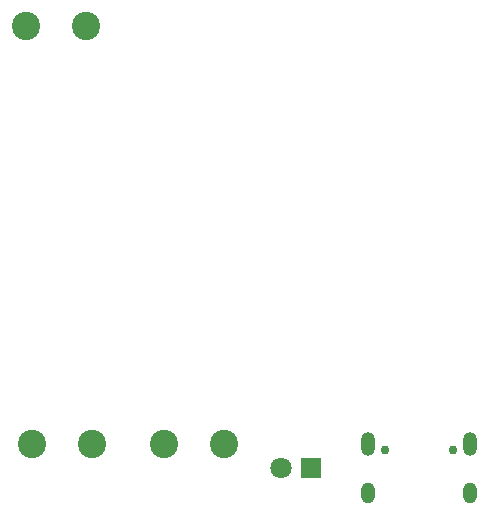
<source format=gbr>
%TF.GenerationSoftware,KiCad,Pcbnew,7.99.0-1092-g932f171e96*%
%TF.CreationDate,2023-06-26T03:17:45+02:00*%
%TF.ProjectId,irrigation,69727269-6761-4746-996f-6e2e6b696361,0.1*%
%TF.SameCoordinates,Original*%
%TF.FileFunction,Soldermask,Bot*%
%TF.FilePolarity,Negative*%
%FSLAX46Y46*%
G04 Gerber Fmt 4.6, Leading zero omitted, Abs format (unit mm)*
G04 Created by KiCad (PCBNEW 7.99.0-1092-g932f171e96) date 2023-06-26 03:17:45*
%MOMM*%
%LPD*%
G01*
G04 APERTURE LIST*
%ADD10R,1.800000X1.800000*%
%ADD11C,1.800000*%
%ADD12C,2.400000*%
%ADD13C,0.750000*%
%ADD14O,1.200000X2.000000*%
%ADD15O,1.200000X1.800000*%
G04 APERTURE END LIST*
D10*
%TO.C,J5*%
X138100000Y-77700000D03*
D11*
X135560000Y-77700000D03*
%TD*%
D12*
%TO.C,J1*%
X119000000Y-40300000D03*
X113920000Y-40300000D03*
%TD*%
D13*
%TO.C,J4*%
X150100000Y-76145500D03*
X144300000Y-76145500D03*
D14*
X142875000Y-75645500D03*
X151525000Y-75645500D03*
D15*
X151525000Y-79825500D03*
X142875000Y-79825500D03*
%TD*%
D12*
%TO.C,J3*%
X125620000Y-75700000D03*
X130700000Y-75700000D03*
%TD*%
%TO.C,J2*%
X114420000Y-75700000D03*
X119500000Y-75700000D03*
%TD*%
M02*

</source>
